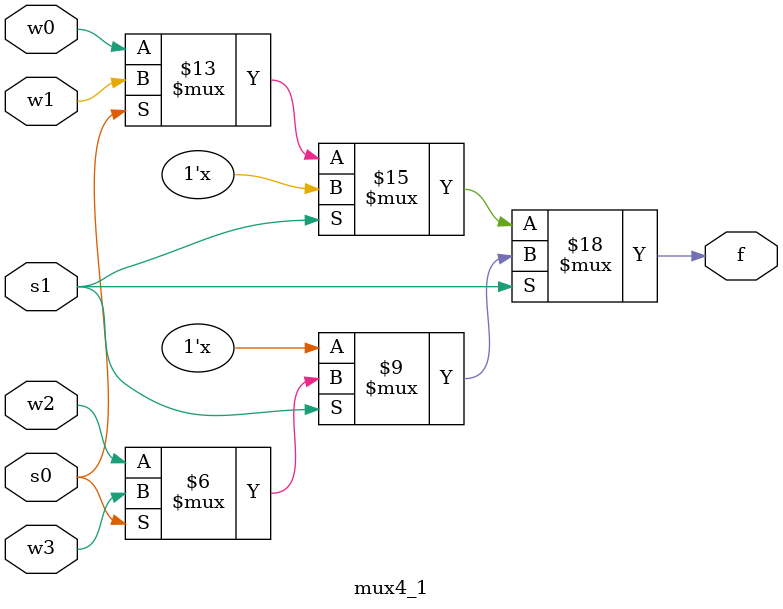
<source format=v>
module q1(A,B,C,D,f);
	input A,B,C,D;
	wire f1;output f;
	     mux4_1 m1((!A|B),~B,(!A|B),1'b0,C,D,f1);
	assign f=f1;
endmodule

module mux4_1(w0,w1,w2,w3,s1,s0,f);
	input w0,w1,w2,w3,s1,s0;
	output reg f;
	always @(s1,s0)
	begin
		if (s1==1'b0)
		begin
			if (s0==1'b0) f=w0;
			else f=w1;
		end
		else 
		begin
		    if(s0==1'b0) f=w2;
		    else f=w3;
		end
	end
endmodule


</source>
